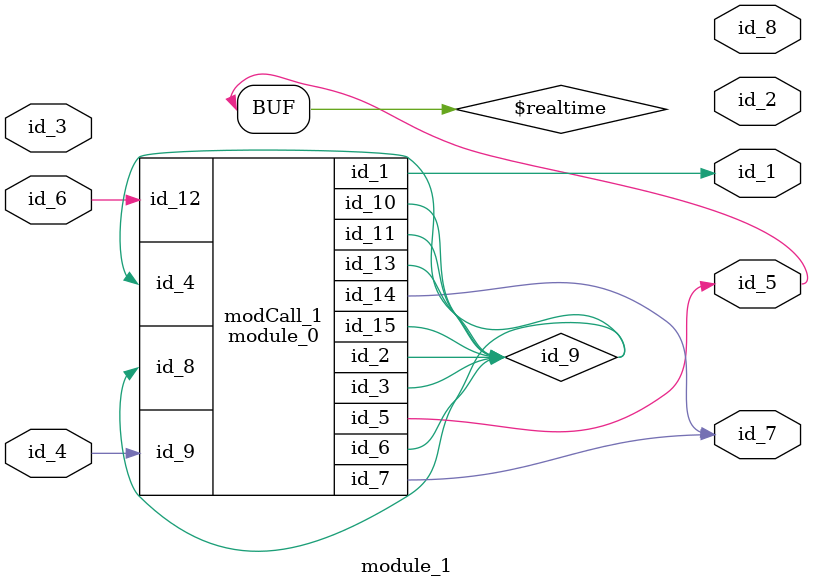
<source format=v>
module module_0 (
    id_1,
    id_2,
    id_3,
    id_4,
    id_5,
    id_6,
    id_7,
    id_8,
    id_9,
    id_10,
    id_11,
    id_12,
    id_13,
    id_14,
    id_15
);
  inout wire id_15;
  output wire id_14;
  inout wire id_13;
  input wire id_12;
  output wire id_11;
  inout wire id_10;
  input wire id_9;
  input wire id_8;
  output wire id_7;
  inout wire id_6;
  output wire id_5;
  input wire id_4;
  inout wire id_3;
  inout wire id_2;
  output wire id_1;
endmodule
module module_1 (
    id_1,
    id_2,
    id_3,
    id_4,
    id_5,
    id_6,
    id_7,
    id_8
);
  output wire id_8;
  output wire id_7;
  input wire id_6;
  output wire id_5;
  input wire id_4;
  input wire id_3;
  output wire id_2;
  output wire id_1;
  wire id_9;
  module_0 modCall_1 (
      id_1,
      id_9,
      id_9,
      id_9,
      id_5,
      id_9,
      id_7,
      id_9,
      id_4,
      id_9,
      id_9,
      id_6,
      id_9,
      id_7,
      id_9
  );
  wire id_10;
  assign id_5 = $realtime;
  assign id_2[1] = id_6;
endmodule

</source>
